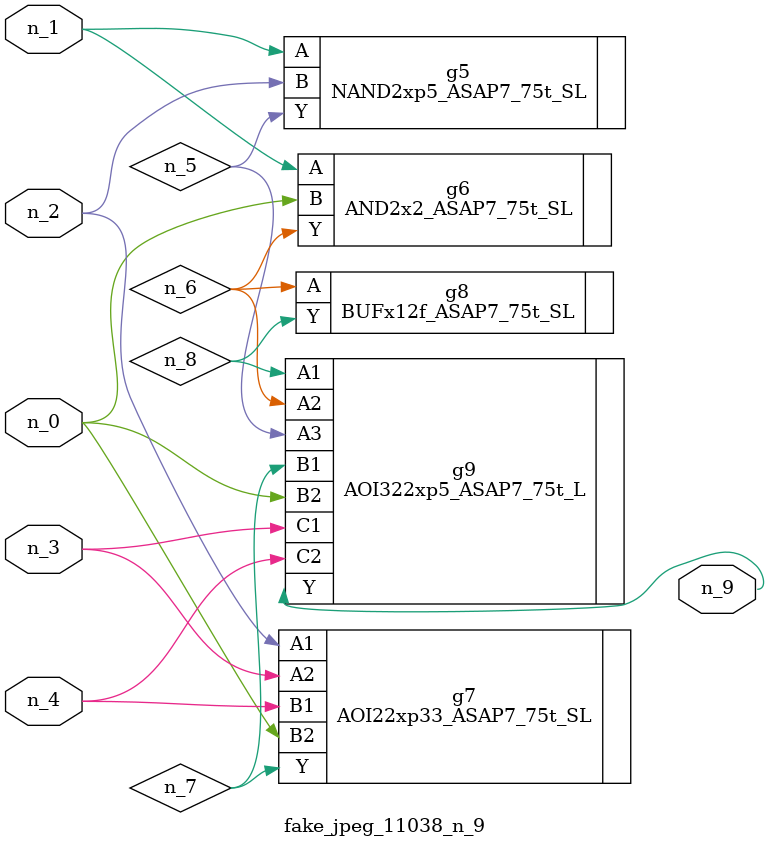
<source format=v>
module fake_jpeg_11038_n_9 (n_3, n_2, n_1, n_0, n_4, n_9);

input n_3;
input n_2;
input n_1;
input n_0;
input n_4;

output n_9;

wire n_8;
wire n_6;
wire n_5;
wire n_7;

NAND2xp5_ASAP7_75t_SL g5 ( 
.A(n_1),
.B(n_2),
.Y(n_5)
);

AND2x2_ASAP7_75t_SL g6 ( 
.A(n_1),
.B(n_0),
.Y(n_6)
);

AOI22xp33_ASAP7_75t_SL g7 ( 
.A1(n_2),
.A2(n_3),
.B1(n_4),
.B2(n_0),
.Y(n_7)
);

BUFx12f_ASAP7_75t_SL g8 ( 
.A(n_6),
.Y(n_8)
);

AOI322xp5_ASAP7_75t_L g9 ( 
.A1(n_8),
.A2(n_6),
.A3(n_5),
.B1(n_7),
.B2(n_0),
.C1(n_3),
.C2(n_4),
.Y(n_9)
);


endmodule
</source>
